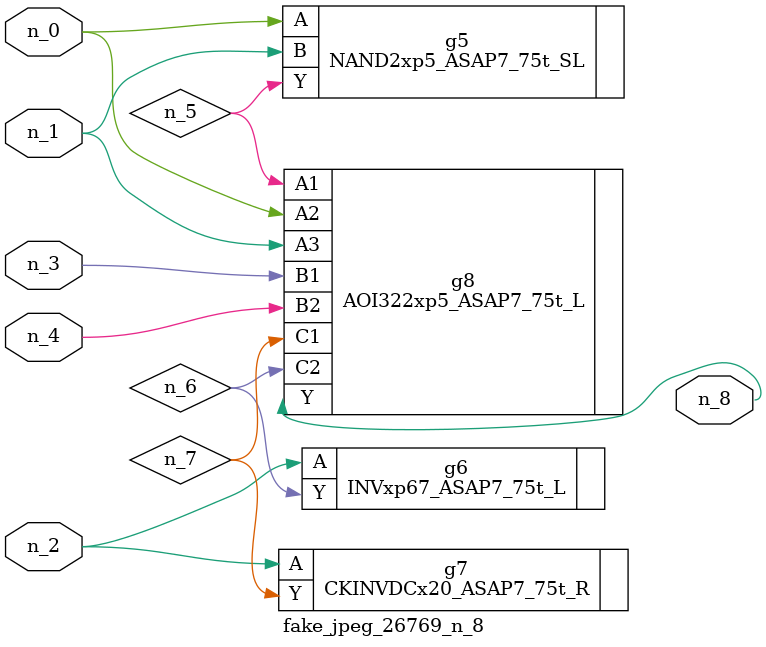
<source format=v>
module fake_jpeg_26769_n_8 (n_3, n_2, n_1, n_0, n_4, n_8);

input n_3;
input n_2;
input n_1;
input n_0;
input n_4;

output n_8;

wire n_6;
wire n_5;
wire n_7;

NAND2xp5_ASAP7_75t_SL g5 ( 
.A(n_0),
.B(n_1),
.Y(n_5)
);

INVxp67_ASAP7_75t_L g6 ( 
.A(n_2),
.Y(n_6)
);

CKINVDCx20_ASAP7_75t_R g7 ( 
.A(n_2),
.Y(n_7)
);

AOI322xp5_ASAP7_75t_L g8 ( 
.A1(n_5),
.A2(n_0),
.A3(n_1),
.B1(n_3),
.B2(n_4),
.C1(n_7),
.C2(n_6),
.Y(n_8)
);


endmodule
</source>
